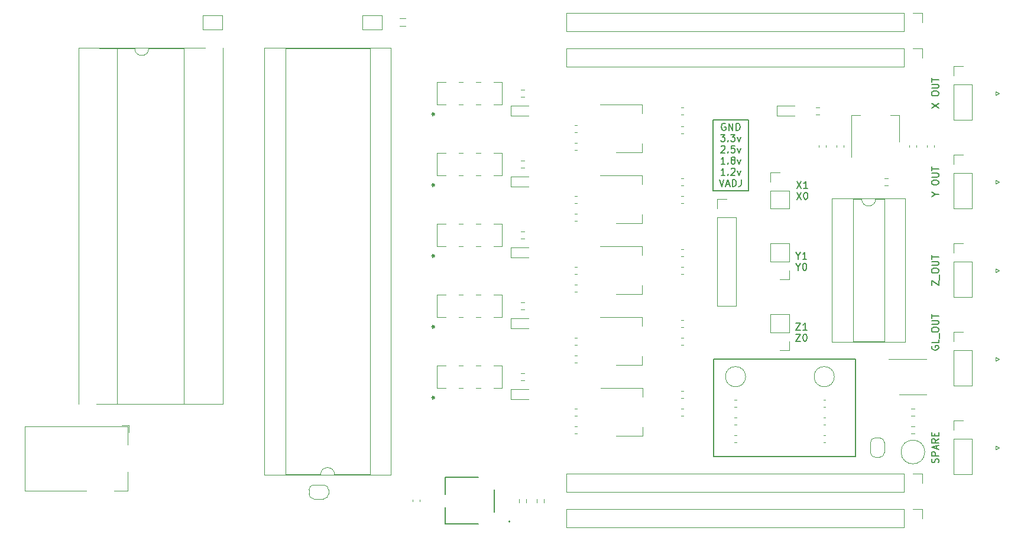
<source format=gbr>
%TF.GenerationSoftware,KiCad,Pcbnew,(6.0.5)*%
%TF.CreationDate,2022-07-21T21:10:46+10:00*%
%TF.ProjectId,glitcher,676c6974-6368-4657-922e-6b696361645f,rev?*%
%TF.SameCoordinates,Original*%
%TF.FileFunction,Legend,Top*%
%TF.FilePolarity,Positive*%
%FSLAX46Y46*%
G04 Gerber Fmt 4.6, Leading zero omitted, Abs format (unit mm)*
G04 Created by KiCad (PCBNEW (6.0.5)) date 2022-07-21 21:10:46*
%MOMM*%
%LPD*%
G01*
G04 APERTURE LIST*
%ADD10C,0.150000*%
%ADD11C,0.120000*%
%ADD12C,0.127000*%
%ADD13C,0.200000*%
G04 APERTURE END LIST*
D10*
X182231428Y-93980000D02*
X202551428Y-93980000D01*
X202551428Y-93980000D02*
X202551428Y-107950000D01*
X202551428Y-107950000D02*
X182231428Y-107950000D01*
X182231428Y-107950000D02*
X182231428Y-93980000D01*
X182130000Y-59690000D02*
X187210000Y-59690000D01*
X187210000Y-59690000D02*
X187210000Y-69850000D01*
X187210000Y-69850000D02*
X182130000Y-69850000D01*
X182130000Y-69850000D02*
X182130000Y-59690000D01*
X183908095Y-60245000D02*
X183812857Y-60197380D01*
X183670000Y-60197380D01*
X183527142Y-60245000D01*
X183431904Y-60340238D01*
X183384285Y-60435476D01*
X183336666Y-60625952D01*
X183336666Y-60768809D01*
X183384285Y-60959285D01*
X183431904Y-61054523D01*
X183527142Y-61149761D01*
X183670000Y-61197380D01*
X183765238Y-61197380D01*
X183908095Y-61149761D01*
X183955714Y-61102142D01*
X183955714Y-60768809D01*
X183765238Y-60768809D01*
X184384285Y-61197380D02*
X184384285Y-60197380D01*
X184955714Y-61197380D01*
X184955714Y-60197380D01*
X185431904Y-61197380D02*
X185431904Y-60197380D01*
X185670000Y-60197380D01*
X185812857Y-60245000D01*
X185908095Y-60340238D01*
X185955714Y-60435476D01*
X186003333Y-60625952D01*
X186003333Y-60768809D01*
X185955714Y-60959285D01*
X185908095Y-61054523D01*
X185812857Y-61149761D01*
X185670000Y-61197380D01*
X185431904Y-61197380D01*
X183241428Y-61807380D02*
X183860476Y-61807380D01*
X183527142Y-62188333D01*
X183670000Y-62188333D01*
X183765238Y-62235952D01*
X183812857Y-62283571D01*
X183860476Y-62378809D01*
X183860476Y-62616904D01*
X183812857Y-62712142D01*
X183765238Y-62759761D01*
X183670000Y-62807380D01*
X183384285Y-62807380D01*
X183289047Y-62759761D01*
X183241428Y-62712142D01*
X184289047Y-62712142D02*
X184336666Y-62759761D01*
X184289047Y-62807380D01*
X184241428Y-62759761D01*
X184289047Y-62712142D01*
X184289047Y-62807380D01*
X184670000Y-61807380D02*
X185289047Y-61807380D01*
X184955714Y-62188333D01*
X185098571Y-62188333D01*
X185193809Y-62235952D01*
X185241428Y-62283571D01*
X185289047Y-62378809D01*
X185289047Y-62616904D01*
X185241428Y-62712142D01*
X185193809Y-62759761D01*
X185098571Y-62807380D01*
X184812857Y-62807380D01*
X184717619Y-62759761D01*
X184670000Y-62712142D01*
X185622380Y-62140714D02*
X185860476Y-62807380D01*
X186098571Y-62140714D01*
X183289047Y-63512619D02*
X183336666Y-63465000D01*
X183431904Y-63417380D01*
X183670000Y-63417380D01*
X183765238Y-63465000D01*
X183812857Y-63512619D01*
X183860476Y-63607857D01*
X183860476Y-63703095D01*
X183812857Y-63845952D01*
X183241428Y-64417380D01*
X183860476Y-64417380D01*
X184289047Y-64322142D02*
X184336666Y-64369761D01*
X184289047Y-64417380D01*
X184241428Y-64369761D01*
X184289047Y-64322142D01*
X184289047Y-64417380D01*
X185241428Y-63417380D02*
X184765238Y-63417380D01*
X184717619Y-63893571D01*
X184765238Y-63845952D01*
X184860476Y-63798333D01*
X185098571Y-63798333D01*
X185193809Y-63845952D01*
X185241428Y-63893571D01*
X185289047Y-63988809D01*
X185289047Y-64226904D01*
X185241428Y-64322142D01*
X185193809Y-64369761D01*
X185098571Y-64417380D01*
X184860476Y-64417380D01*
X184765238Y-64369761D01*
X184717619Y-64322142D01*
X185622380Y-63750714D02*
X185860476Y-64417380D01*
X186098571Y-63750714D01*
X183860476Y-66027380D02*
X183289047Y-66027380D01*
X183574761Y-66027380D02*
X183574761Y-65027380D01*
X183479523Y-65170238D01*
X183384285Y-65265476D01*
X183289047Y-65313095D01*
X184289047Y-65932142D02*
X184336666Y-65979761D01*
X184289047Y-66027380D01*
X184241428Y-65979761D01*
X184289047Y-65932142D01*
X184289047Y-66027380D01*
X184908095Y-65455952D02*
X184812857Y-65408333D01*
X184765238Y-65360714D01*
X184717619Y-65265476D01*
X184717619Y-65217857D01*
X184765238Y-65122619D01*
X184812857Y-65075000D01*
X184908095Y-65027380D01*
X185098571Y-65027380D01*
X185193809Y-65075000D01*
X185241428Y-65122619D01*
X185289047Y-65217857D01*
X185289047Y-65265476D01*
X185241428Y-65360714D01*
X185193809Y-65408333D01*
X185098571Y-65455952D01*
X184908095Y-65455952D01*
X184812857Y-65503571D01*
X184765238Y-65551190D01*
X184717619Y-65646428D01*
X184717619Y-65836904D01*
X184765238Y-65932142D01*
X184812857Y-65979761D01*
X184908095Y-66027380D01*
X185098571Y-66027380D01*
X185193809Y-65979761D01*
X185241428Y-65932142D01*
X185289047Y-65836904D01*
X185289047Y-65646428D01*
X185241428Y-65551190D01*
X185193809Y-65503571D01*
X185098571Y-65455952D01*
X185622380Y-65360714D02*
X185860476Y-66027380D01*
X186098571Y-65360714D01*
X183860476Y-67637380D02*
X183289047Y-67637380D01*
X183574761Y-67637380D02*
X183574761Y-66637380D01*
X183479523Y-66780238D01*
X183384285Y-66875476D01*
X183289047Y-66923095D01*
X184289047Y-67542142D02*
X184336666Y-67589761D01*
X184289047Y-67637380D01*
X184241428Y-67589761D01*
X184289047Y-67542142D01*
X184289047Y-67637380D01*
X184717619Y-66732619D02*
X184765238Y-66685000D01*
X184860476Y-66637380D01*
X185098571Y-66637380D01*
X185193809Y-66685000D01*
X185241428Y-66732619D01*
X185289047Y-66827857D01*
X185289047Y-66923095D01*
X185241428Y-67065952D01*
X184670000Y-67637380D01*
X185289047Y-67637380D01*
X185622380Y-66970714D02*
X185860476Y-67637380D01*
X186098571Y-66970714D01*
X183027142Y-68247380D02*
X183360476Y-69247380D01*
X183693809Y-68247380D01*
X183979523Y-68961666D02*
X184455714Y-68961666D01*
X183884285Y-69247380D02*
X184217619Y-68247380D01*
X184550952Y-69247380D01*
X184884285Y-69247380D02*
X184884285Y-68247380D01*
X185122380Y-68247380D01*
X185265238Y-68295000D01*
X185360476Y-68390238D01*
X185408095Y-68485476D01*
X185455714Y-68675952D01*
X185455714Y-68818809D01*
X185408095Y-69009285D01*
X185360476Y-69104523D01*
X185265238Y-69199761D01*
X185122380Y-69247380D01*
X184884285Y-69247380D01*
X186170000Y-68247380D02*
X186170000Y-68961666D01*
X186122380Y-69104523D01*
X186027142Y-69199761D01*
X185884285Y-69247380D01*
X185789047Y-69247380D01*
X194121904Y-68497380D02*
X194788570Y-69497380D01*
X194788570Y-68497380D02*
X194121904Y-69497380D01*
X195693332Y-69497380D02*
X195121904Y-69497380D01*
X195407618Y-69497380D02*
X195407618Y-68497380D01*
X195312380Y-68640238D01*
X195217142Y-68735476D01*
X195121904Y-68783095D01*
X194121904Y-70107380D02*
X194788570Y-71107380D01*
X194788570Y-70107380D02*
X194121904Y-71107380D01*
X195359999Y-70107380D02*
X195455237Y-70107380D01*
X195550475Y-70155000D01*
X195598094Y-70202619D01*
X195645713Y-70297857D01*
X195693332Y-70488333D01*
X195693332Y-70726428D01*
X195645713Y-70916904D01*
X195598094Y-71012142D01*
X195550475Y-71059761D01*
X195455237Y-71107380D01*
X195359999Y-71107380D01*
X195264761Y-71059761D01*
X195217142Y-71012142D01*
X195169523Y-70916904D01*
X195121904Y-70726428D01*
X195121904Y-70488333D01*
X195169523Y-70297857D01*
X195217142Y-70202619D01*
X195264761Y-70155000D01*
X195359999Y-70107380D01*
X213433808Y-83422857D02*
X213433808Y-82756190D01*
X214433808Y-83422857D01*
X214433808Y-82756190D01*
X214529047Y-82613333D02*
X214529047Y-81851428D01*
X213433808Y-81422857D02*
X213433808Y-81232380D01*
X213481428Y-81137142D01*
X213576666Y-81041904D01*
X213767142Y-80994285D01*
X214100475Y-80994285D01*
X214290951Y-81041904D01*
X214386189Y-81137142D01*
X214433808Y-81232380D01*
X214433808Y-81422857D01*
X214386189Y-81518095D01*
X214290951Y-81613333D01*
X214100475Y-81660952D01*
X213767142Y-81660952D01*
X213576666Y-81613333D01*
X213481428Y-81518095D01*
X213433808Y-81422857D01*
X213433808Y-80565714D02*
X214243332Y-80565714D01*
X214338570Y-80518095D01*
X214386189Y-80470476D01*
X214433808Y-80375238D01*
X214433808Y-80184761D01*
X214386189Y-80089523D01*
X214338570Y-80041904D01*
X214243332Y-79994285D01*
X213433808Y-79994285D01*
X213433808Y-79660952D02*
X213433808Y-79089523D01*
X214433808Y-79375238D02*
X213433808Y-79375238D01*
X214386189Y-108846666D02*
X214433808Y-108703809D01*
X214433808Y-108465714D01*
X214386189Y-108370476D01*
X214338570Y-108322857D01*
X214243332Y-108275238D01*
X214148094Y-108275238D01*
X214052856Y-108322857D01*
X214005237Y-108370476D01*
X213957618Y-108465714D01*
X213909999Y-108656190D01*
X213862380Y-108751428D01*
X213814761Y-108799047D01*
X213719523Y-108846666D01*
X213624285Y-108846666D01*
X213529047Y-108799047D01*
X213481428Y-108751428D01*
X213433808Y-108656190D01*
X213433808Y-108418095D01*
X213481428Y-108275238D01*
X214433808Y-107846666D02*
X213433808Y-107846666D01*
X213433808Y-107465714D01*
X213481428Y-107370476D01*
X213529047Y-107322857D01*
X213624285Y-107275238D01*
X213767142Y-107275238D01*
X213862380Y-107322857D01*
X213909999Y-107370476D01*
X213957618Y-107465714D01*
X213957618Y-107846666D01*
X214148094Y-106894285D02*
X214148094Y-106418095D01*
X214433808Y-106989523D02*
X213433808Y-106656190D01*
X214433808Y-106322857D01*
X214433808Y-105418095D02*
X213957618Y-105751428D01*
X214433808Y-105989523D02*
X213433808Y-105989523D01*
X213433808Y-105608571D01*
X213481428Y-105513333D01*
X213529047Y-105465714D01*
X213624285Y-105418095D01*
X213767142Y-105418095D01*
X213862380Y-105465714D01*
X213909999Y-105513333D01*
X213957618Y-105608571D01*
X213957618Y-105989523D01*
X213909999Y-104989523D02*
X213909999Y-104656190D01*
X214433808Y-104513333D02*
X214433808Y-104989523D01*
X213433808Y-104989523D01*
X213433808Y-104513333D01*
X213957618Y-70389523D02*
X214433808Y-70389523D01*
X213433808Y-70722857D02*
X213957618Y-70389523D01*
X213433808Y-70056190D01*
X213433808Y-68770476D02*
X213433808Y-68580000D01*
X213481428Y-68484761D01*
X213576666Y-68389523D01*
X213767142Y-68341904D01*
X214100475Y-68341904D01*
X214290951Y-68389523D01*
X214386189Y-68484761D01*
X214433808Y-68580000D01*
X214433808Y-68770476D01*
X214386189Y-68865714D01*
X214290951Y-68960952D01*
X214100475Y-69008571D01*
X213767142Y-69008571D01*
X213576666Y-68960952D01*
X213481428Y-68865714D01*
X213433808Y-68770476D01*
X213433808Y-67913333D02*
X214243332Y-67913333D01*
X214338570Y-67865714D01*
X214386189Y-67818095D01*
X214433808Y-67722857D01*
X214433808Y-67532380D01*
X214386189Y-67437142D01*
X214338570Y-67389523D01*
X214243332Y-67341904D01*
X213433808Y-67341904D01*
X213433808Y-67008571D02*
X213433808Y-66437142D01*
X214433808Y-66722857D02*
X213433808Y-66722857D01*
X194353809Y-79181190D02*
X194353809Y-79657380D01*
X194020476Y-78657380D02*
X194353809Y-79181190D01*
X194687142Y-78657380D01*
X195544285Y-79657380D02*
X194972857Y-79657380D01*
X195258571Y-79657380D02*
X195258571Y-78657380D01*
X195163333Y-78800238D01*
X195068095Y-78895476D01*
X194972857Y-78943095D01*
X194353809Y-80791190D02*
X194353809Y-81267380D01*
X194020476Y-80267380D02*
X194353809Y-80791190D01*
X194687142Y-80267380D01*
X195210952Y-80267380D02*
X195306190Y-80267380D01*
X195401428Y-80315000D01*
X195449047Y-80362619D01*
X195496666Y-80457857D01*
X195544285Y-80648333D01*
X195544285Y-80886428D01*
X195496666Y-81076904D01*
X195449047Y-81172142D01*
X195401428Y-81219761D01*
X195306190Y-81267380D01*
X195210952Y-81267380D01*
X195115714Y-81219761D01*
X195068095Y-81172142D01*
X195020476Y-81076904D01*
X194972857Y-80886428D01*
X194972857Y-80648333D01*
X195020476Y-80457857D01*
X195068095Y-80362619D01*
X195115714Y-80315000D01*
X195210952Y-80267380D01*
X213433808Y-58022857D02*
X214433808Y-57356190D01*
X213433808Y-57356190D02*
X214433808Y-58022857D01*
X213433808Y-56022857D02*
X213433808Y-55832380D01*
X213481428Y-55737142D01*
X213576666Y-55641904D01*
X213767142Y-55594285D01*
X214100475Y-55594285D01*
X214290951Y-55641904D01*
X214386189Y-55737142D01*
X214433808Y-55832380D01*
X214433808Y-56022857D01*
X214386189Y-56118095D01*
X214290951Y-56213333D01*
X214100475Y-56260952D01*
X213767142Y-56260952D01*
X213576666Y-56213333D01*
X213481428Y-56118095D01*
X213433808Y-56022857D01*
X213433808Y-55165714D02*
X214243332Y-55165714D01*
X214338570Y-55118095D01*
X214386189Y-55070476D01*
X214433808Y-54975238D01*
X214433808Y-54784761D01*
X214386189Y-54689523D01*
X214338570Y-54641904D01*
X214243332Y-54594285D01*
X213433808Y-54594285D01*
X213433808Y-54260952D02*
X213433808Y-53689523D01*
X214433808Y-53975238D02*
X213433808Y-53975238D01*
X213481428Y-92122380D02*
X213433808Y-92217619D01*
X213433808Y-92360476D01*
X213481428Y-92503333D01*
X213576666Y-92598571D01*
X213671904Y-92646190D01*
X213862380Y-92693809D01*
X214005237Y-92693809D01*
X214195713Y-92646190D01*
X214290951Y-92598571D01*
X214386189Y-92503333D01*
X214433808Y-92360476D01*
X214433808Y-92265238D01*
X214386189Y-92122380D01*
X214338570Y-92074761D01*
X214005237Y-92074761D01*
X214005237Y-92265238D01*
X214433808Y-91170000D02*
X214433808Y-91646190D01*
X213433808Y-91646190D01*
X214529047Y-91074761D02*
X214529047Y-90312857D01*
X213433808Y-89884285D02*
X213433808Y-89693809D01*
X213481428Y-89598571D01*
X213576666Y-89503333D01*
X213767142Y-89455714D01*
X214100475Y-89455714D01*
X214290951Y-89503333D01*
X214386189Y-89598571D01*
X214433808Y-89693809D01*
X214433808Y-89884285D01*
X214386189Y-89979523D01*
X214290951Y-90074761D01*
X214100475Y-90122380D01*
X213767142Y-90122380D01*
X213576666Y-90074761D01*
X213481428Y-89979523D01*
X213433808Y-89884285D01*
X213433808Y-89027142D02*
X214243332Y-89027142D01*
X214338570Y-88979523D01*
X214386189Y-88931904D01*
X214433808Y-88836666D01*
X214433808Y-88646190D01*
X214386189Y-88550952D01*
X214338570Y-88503333D01*
X214243332Y-88455714D01*
X213433808Y-88455714D01*
X213433808Y-88122380D02*
X213433808Y-87550952D01*
X214433808Y-87836666D02*
X213433808Y-87836666D01*
X194020476Y-88817380D02*
X194687142Y-88817380D01*
X194020476Y-89817380D01*
X194687142Y-89817380D01*
X195591904Y-89817380D02*
X195020476Y-89817380D01*
X195306190Y-89817380D02*
X195306190Y-88817380D01*
X195210952Y-88960238D01*
X195115714Y-89055476D01*
X195020476Y-89103095D01*
X194020476Y-90427380D02*
X194687142Y-90427380D01*
X194020476Y-91427380D01*
X194687142Y-91427380D01*
X195258571Y-90427380D02*
X195353809Y-90427380D01*
X195449047Y-90475000D01*
X195496666Y-90522619D01*
X195544285Y-90617857D01*
X195591904Y-90808333D01*
X195591904Y-91046428D01*
X195544285Y-91236904D01*
X195496666Y-91332142D01*
X195449047Y-91379761D01*
X195353809Y-91427380D01*
X195258571Y-91427380D01*
X195163333Y-91379761D01*
X195115714Y-91332142D01*
X195068095Y-91236904D01*
X195020476Y-91046428D01*
X195020476Y-90808333D01*
X195068095Y-90617857D01*
X195115714Y-90522619D01*
X195163333Y-90475000D01*
X195258571Y-90427380D01*
%TO.C,SW3_VADJ_OUT1*%
X141820494Y-99529900D02*
X142058590Y-99529900D01*
X141963352Y-99767995D02*
X142058590Y-99529900D01*
X141963352Y-99291804D01*
X142249066Y-99672757D02*
X142058590Y-99529900D01*
X142249066Y-99387042D01*
X141820494Y-99529900D02*
X142058590Y-99529900D01*
X141963352Y-99767995D02*
X142058590Y-99529900D01*
X141963352Y-99291804D01*
X142249066Y-99672757D02*
X142058590Y-99529900D01*
X142249066Y-99387042D01*
%TO.C,SW1_1V8_OUT1*%
X141820494Y-79209900D02*
X142058590Y-79209900D01*
X141963352Y-79447995D02*
X142058590Y-79209900D01*
X141963352Y-78971804D01*
X142249066Y-79352757D02*
X142058590Y-79209900D01*
X142249066Y-79067042D01*
X141820494Y-79209900D02*
X142058590Y-79209900D01*
X141963352Y-79447995D02*
X142058590Y-79209900D01*
X141963352Y-78971804D01*
X142249066Y-79352757D02*
X142058590Y-79209900D01*
X142249066Y-79067042D01*
%TO.C,SW5_2V5_OUT1*%
X141820494Y-69049900D02*
X142058590Y-69049900D01*
X141963352Y-69287995D02*
X142058590Y-69049900D01*
X141963352Y-68811804D01*
X142249066Y-69192757D02*
X142058590Y-69049900D01*
X142249066Y-68907042D01*
X141820494Y-69049900D02*
X142058590Y-69049900D01*
X141963352Y-69287995D02*
X142058590Y-69049900D01*
X141963352Y-68811804D01*
X142249066Y-69192757D02*
X142058590Y-69049900D01*
X142249066Y-68907042D01*
%TO.C,SW4_3V3_OUT1*%
X141820494Y-58889900D02*
X142058590Y-58889900D01*
X141963352Y-59127995D02*
X142058590Y-58889900D01*
X141963352Y-58651804D01*
X142249066Y-59032757D02*
X142058590Y-58889900D01*
X142249066Y-58747042D01*
%TO.C,SW2_1V2_OUT1*%
X141820494Y-89369900D02*
X142058590Y-89369900D01*
X141963352Y-89607995D02*
X142058590Y-89369900D01*
X141963352Y-89131804D01*
X142249066Y-89512757D02*
X142058590Y-89369900D01*
X142249066Y-89227042D01*
X141820494Y-89369900D02*
X142058590Y-89369900D01*
X141963352Y-89607995D02*
X142058590Y-89369900D01*
X141963352Y-89131804D01*
X142249066Y-89512757D02*
X142058590Y-89369900D01*
X142249066Y-89227042D01*
D11*
%TO.C,U1*%
X106385000Y-49475000D02*
X101325000Y-49475000D01*
X106385000Y-100395000D02*
X106385000Y-49475000D01*
X96805000Y-49475000D02*
X96805000Y-100395000D01*
X99325000Y-49475000D02*
X94265000Y-49475000D01*
X93805000Y-100455000D02*
X111925000Y-100455000D01*
X111925000Y-100455000D02*
X111925000Y-49415000D01*
X91265000Y-49415000D02*
X91265000Y-100455000D01*
X96805000Y-100395000D02*
X108925000Y-100395000D01*
X109385000Y-49415000D02*
X91265000Y-49415000D01*
X99325000Y-49475000D02*
G75*
G03*
X101325000Y-49475000I1000000J0D01*
G01*
%TO.C,U6_VADJ_OUT1*%
X166015714Y-98190000D02*
X172025714Y-98190000D01*
X172025714Y-98190000D02*
X172025714Y-99450000D01*
X168265714Y-105010000D02*
X172025714Y-105010000D01*
X172025714Y-105010000D02*
X172025714Y-103750000D01*
%TO.C,J4*%
X219250714Y-54610000D02*
X219250714Y-59750000D01*
X216590714Y-59750000D02*
X219250714Y-59750000D01*
X216590714Y-52010000D02*
X217920714Y-52010000D01*
X216590714Y-54610000D02*
X219250714Y-54610000D01*
X216590714Y-53340000D02*
X216590714Y-52010000D01*
X216590714Y-54610000D02*
X216590714Y-59750000D01*
%TO.C,J_RIGHTEXP_OUTER1*%
X209485714Y-49470000D02*
X209485714Y-52130000D01*
X210755714Y-49470000D02*
X212085714Y-49470000D01*
X212085714Y-49470000D02*
X212085714Y-50800000D01*
X161165714Y-49470000D02*
X161165714Y-52130000D01*
X209485714Y-49470000D02*
X161165714Y-49470000D01*
X209485714Y-52130000D02*
X161165714Y-52130000D01*
%TO.C,C9*%
X162349447Y-61470000D02*
X162641981Y-61470000D01*
X162349447Y-60450000D02*
X162641981Y-60450000D01*
%TO.C,R2*%
X154620990Y-86882500D02*
X155130438Y-86882500D01*
X154620990Y-85837500D02*
X155130438Y-85837500D01*
%TO.C,C12*%
X177589447Y-78230000D02*
X177881981Y-78230000D01*
X177589447Y-79250000D02*
X177881981Y-79250000D01*
%TO.C,C18*%
X177589447Y-91950000D02*
X177881981Y-91950000D01*
X177589447Y-90930000D02*
X177881981Y-90930000D01*
%TO.C,D4*%
X155675714Y-57685000D02*
X153215714Y-57685000D01*
X153215714Y-59155000D02*
X155675714Y-59155000D01*
X153215714Y-57685000D02*
X153215714Y-59155000D01*
%TO.C,J_LEFTEXP1*%
X209485714Y-115510000D02*
X209485714Y-118170000D01*
X209485714Y-115510000D02*
X161165714Y-115510000D01*
X209485714Y-118170000D02*
X161165714Y-118170000D01*
X210755714Y-115510000D02*
X212085714Y-115510000D01*
X212085714Y-115510000D02*
X212085714Y-116840000D01*
X161165714Y-115510000D02*
X161165714Y-118170000D01*
%TO.C,SW3_VADJ_OUT1*%
X143826074Y-94894400D02*
X142632914Y-94894400D01*
X151878514Y-98145600D02*
X151878514Y-94894400D01*
X145685354Y-98145600D02*
X146326074Y-98145600D01*
X146326074Y-94894400D02*
X145685354Y-94894400D01*
X150685354Y-98145600D02*
X151878514Y-98145600D01*
X148185354Y-98145600D02*
X148826074Y-98145600D01*
X142632914Y-94894400D02*
X142632914Y-98145600D01*
X142632914Y-98145600D02*
X143826074Y-98145600D01*
X151878514Y-94894400D02*
X150685354Y-94894400D01*
X148826074Y-94894400D02*
X148185354Y-94894400D01*
%TO.C,C8*%
X140145714Y-114153733D02*
X140145714Y-114446267D01*
X139125714Y-114153733D02*
X139125714Y-114446267D01*
%TO.C,C15*%
X177589447Y-60600000D02*
X177881981Y-60600000D01*
X177589447Y-61620000D02*
X177881981Y-61620000D01*
%TO.C,C16*%
X177589447Y-71630000D02*
X177881981Y-71630000D01*
X177589447Y-70610000D02*
X177881981Y-70610000D01*
%TO.C,U4*%
X210755714Y-93960000D02*
X212705714Y-93960000D01*
X210755714Y-93960000D02*
X207305714Y-93960000D01*
X210755714Y-99080000D02*
X212705714Y-99080000D01*
X210755714Y-99080000D02*
X208805714Y-99080000D01*
D12*
%TO.C,RV1*%
X143735714Y-115215000D02*
X143735714Y-117655000D01*
X143735714Y-113385000D02*
X143735714Y-110945000D01*
X150775714Y-115925000D02*
X150775714Y-112675000D01*
X143735714Y-110945000D02*
X148485714Y-110945000D01*
X143735714Y-117655000D02*
X148485714Y-117655000D01*
D13*
X153055714Y-117300000D02*
G75*
G03*
X153055714Y-117300000I-100000J0D01*
G01*
D11*
%TO.C,C28*%
X185209447Y-103380000D02*
X185501981Y-103380000D01*
X185209447Y-102360000D02*
X185501981Y-102360000D01*
%TO.C,R7*%
X156893214Y-114045276D02*
X156893214Y-114554724D01*
X157938214Y-114045276D02*
X157938214Y-114554724D01*
%TO.C,TP4*%
X199505714Y-96520000D02*
G75*
G03*
X199505714Y-96520000I-1450000J0D01*
G01*
%TO.C,J_LEFTEXP_OUTER1*%
X210755714Y-110430000D02*
X212085714Y-110430000D01*
X212085714Y-110430000D02*
X212085714Y-111760000D01*
X209485714Y-110430000D02*
X209485714Y-113090000D01*
X161165714Y-110430000D02*
X161165714Y-113090000D01*
X209485714Y-113090000D02*
X161165714Y-113090000D01*
X209485714Y-110430000D02*
X161165714Y-110430000D01*
%TO.C,U8_2V5_OUT1*%
X165975714Y-67710000D02*
X171985714Y-67710000D01*
X171985714Y-67710000D02*
X171985714Y-68970000D01*
X168225714Y-74530000D02*
X171985714Y-74530000D01*
X171985714Y-74530000D02*
X171985714Y-73270000D01*
%TO.C,R3*%
X154620990Y-97042500D02*
X155130438Y-97042500D01*
X154620990Y-95997500D02*
X155130438Y-95997500D01*
%TO.C,HS2_OUT1*%
X222640714Y-93730000D02*
X222640714Y-94230000D01*
X223140714Y-93980000D02*
X222640714Y-93730000D01*
X222640714Y-94230000D02*
X223140714Y-93980000D01*
%TO.C,R1*%
X154620990Y-75677500D02*
X155130438Y-75677500D01*
X154620990Y-76722500D02*
X155130438Y-76722500D01*
%TO.C,C2*%
X162349447Y-93470000D02*
X162641981Y-93470000D01*
X162349447Y-94490000D02*
X162641981Y-94490000D01*
%TO.C,FB1*%
X137269758Y-46280000D02*
X138090242Y-46280000D01*
X137269758Y-45160000D02*
X138090242Y-45160000D01*
%TO.C,J2*%
X182755714Y-86420000D02*
X185415714Y-86420000D01*
X182755714Y-73660000D02*
X182755714Y-86420000D01*
X182755714Y-72390000D02*
X182755714Y-71060000D01*
X182755714Y-73660000D02*
X185415714Y-73660000D01*
X185415714Y-73660000D02*
X185415714Y-86420000D01*
X182755714Y-71060000D02*
X184085714Y-71060000D01*
%TO.C,C21*%
X177589447Y-68070000D02*
X177881981Y-68070000D01*
X177589447Y-69090000D02*
X177881981Y-69090000D01*
%TO.C,SW1_1V8_OUT1*%
X145685354Y-77825600D02*
X146326074Y-77825600D01*
X143826074Y-74574400D02*
X142632914Y-74574400D01*
X151878514Y-74574400D02*
X150685354Y-74574400D01*
X150685354Y-77825600D02*
X151878514Y-77825600D01*
X148185354Y-77825600D02*
X148826074Y-77825600D01*
X142632914Y-77825600D02*
X143826074Y-77825600D01*
X148826074Y-74574400D02*
X148185354Y-74574400D01*
X142632914Y-74574400D02*
X142632914Y-77825600D01*
X151878514Y-77825600D02*
X151878514Y-74574400D01*
X146326074Y-74574400D02*
X145685354Y-74574400D01*
%TO.C,SMA_Y1*%
X222640714Y-68830000D02*
X223140714Y-68580000D01*
X222640714Y-68330000D02*
X222640714Y-68830000D01*
X223140714Y-68580000D02*
X222640714Y-68330000D01*
%TO.C,U5_1V2_OUT1*%
X165975714Y-88030000D02*
X171985714Y-88030000D01*
X171985714Y-88030000D02*
X171985714Y-89290000D01*
X168225714Y-94850000D02*
X171985714Y-94850000D01*
X171985714Y-94850000D02*
X171985714Y-93590000D01*
%TO.C,PULLUP_MAX4619_EN1*%
X207200438Y-68057500D02*
X206690990Y-68057500D01*
X207200438Y-69102500D02*
X206690990Y-69102500D01*
%TO.C,SW5_2V5_OUT1*%
X150685354Y-67665600D02*
X151878514Y-67665600D01*
X145685354Y-67665600D02*
X146326074Y-67665600D01*
X148826074Y-64414400D02*
X148185354Y-64414400D01*
X151878514Y-67665600D02*
X151878514Y-64414400D01*
X143826074Y-64414400D02*
X142632914Y-64414400D01*
X148185354Y-67665600D02*
X148826074Y-67665600D01*
X142632914Y-64414400D02*
X142632914Y-67665600D01*
X146326074Y-64414400D02*
X145685354Y-64414400D01*
X142632914Y-67665600D02*
X143826074Y-67665600D01*
X151878514Y-64414400D02*
X150685354Y-64414400D01*
%TO.C,TRIG_IN1*%
X222640714Y-106430000D02*
X222640714Y-106930000D01*
X223140714Y-106680000D02*
X222640714Y-106430000D01*
X222640714Y-106930000D02*
X223140714Y-106680000D01*
%TO.C,C13*%
X177589447Y-89410000D02*
X177881981Y-89410000D01*
X177589447Y-88390000D02*
X177881981Y-88390000D01*
%TO.C,J7*%
X216590714Y-78740000D02*
X216590714Y-77410000D01*
X216590714Y-85150000D02*
X219250714Y-85150000D01*
X216590714Y-77410000D02*
X217920714Y-77410000D01*
X216590714Y-80010000D02*
X216590714Y-85150000D01*
X216590714Y-80010000D02*
X219250714Y-80010000D01*
X219250714Y-80010000D02*
X219250714Y-85150000D01*
%TO.C,J_RIGHTEXP1*%
X161165714Y-44390000D02*
X161165714Y-47050000D01*
X209485714Y-44390000D02*
X209485714Y-47050000D01*
X212085714Y-44390000D02*
X212085714Y-45720000D01*
X210755714Y-44390000D02*
X212085714Y-44390000D01*
X209485714Y-47050000D02*
X161165714Y-47050000D01*
X209485714Y-44390000D02*
X161165714Y-44390000D01*
%TO.C,R10*%
X211010438Y-102122500D02*
X210500990Y-102122500D01*
X211010438Y-101077500D02*
X210500990Y-101077500D01*
%TO.C,C25*%
X211265714Y-63353733D02*
X211265714Y-63646267D01*
X210245714Y-63353733D02*
X210245714Y-63646267D01*
%TO.C,C20*%
X177589447Y-58930000D02*
X177881981Y-58930000D01*
X177589447Y-57910000D02*
X177881981Y-57910000D01*
%TO.C,C3*%
X162349447Y-102110000D02*
X162641981Y-102110000D01*
X162349447Y-101090000D02*
X162641981Y-101090000D01*
%TO.C,JP2*%
X111825714Y-46720000D02*
X109025714Y-46720000D01*
X109025714Y-44720000D02*
X111825714Y-44720000D01*
X109025714Y-46720000D02*
X109025714Y-44720000D01*
X111825714Y-44720000D02*
X111825714Y-46720000D01*
%TO.C,JP1*%
X206675714Y-105980000D02*
X206675714Y-107380000D01*
X205375714Y-105280000D02*
X205975714Y-105280000D01*
X205975714Y-108080000D02*
X205375714Y-108080000D01*
X204675714Y-107380000D02*
X204675714Y-105980000D01*
X204675714Y-107380000D02*
G75*
G03*
X205375714Y-108080000I700000J0D01*
G01*
X205975714Y-108080000D02*
G75*
G03*
X206675714Y-107380000I0J700000D01*
G01*
X205375714Y-105280000D02*
G75*
G03*
X204675714Y-105980000I-1J-699999D01*
G01*
X206675714Y-105980000D02*
G75*
G03*
X205975714Y-105280000I-699999J1D01*
G01*
%TO.C,R5*%
X154620990Y-66562500D02*
X155130438Y-66562500D01*
X154620990Y-65517500D02*
X155130438Y-65517500D01*
%TO.C,R9*%
X210500990Y-103617500D02*
X211010438Y-103617500D01*
X210500990Y-104662500D02*
X211010438Y-104662500D01*
%TO.C,C26*%
X185209447Y-104900000D02*
X185501981Y-104900000D01*
X185209447Y-105920000D02*
X185501981Y-105920000D01*
%TO.C,C14*%
X177589447Y-99570000D02*
X177881981Y-99570000D01*
X177589447Y-98550000D02*
X177881981Y-98550000D01*
%TO.C,J5*%
X216590714Y-67310000D02*
X216590714Y-72450000D01*
X216590714Y-64710000D02*
X217920714Y-64710000D01*
X216590714Y-72450000D02*
X219250714Y-72450000D01*
X216590714Y-67310000D02*
X219250714Y-67310000D01*
X219250714Y-67310000D02*
X219250714Y-72450000D01*
X216590714Y-66040000D02*
X216590714Y-64710000D01*
%TO.C,J6*%
X216590714Y-102810000D02*
X217920714Y-102810000D01*
X216590714Y-105410000D02*
X219250714Y-105410000D01*
X219250714Y-105410000D02*
X219250714Y-110550000D01*
X216590714Y-110550000D02*
X219250714Y-110550000D01*
X216590714Y-104140000D02*
X216590714Y-102810000D01*
X216590714Y-105410000D02*
X216590714Y-110550000D01*
%TO.C,C31*%
X197934447Y-100840000D02*
X198226981Y-100840000D01*
X197934447Y-99820000D02*
X198226981Y-99820000D01*
%TO.C,C11*%
X162349447Y-104650000D02*
X162641981Y-104650000D01*
X162349447Y-103630000D02*
X162641981Y-103630000D01*
%TO.C,JP4*%
X127065714Y-112730000D02*
X127065714Y-113330000D01*
X124265714Y-113330000D02*
X124265714Y-112730000D01*
X124965714Y-112030000D02*
X126365714Y-112030000D01*
X126365714Y-114030000D02*
X124965714Y-114030000D01*
X126365714Y-114030000D02*
G75*
G03*
X127065714Y-113330000I0J700000D01*
G01*
X124965714Y-112030000D02*
G75*
G03*
X124265714Y-112730000I-1J-699999D01*
G01*
X127065714Y-112730000D02*
G75*
G03*
X126365714Y-112030000I-700000J0D01*
G01*
X124265714Y-113330000D02*
G75*
G03*
X124965714Y-114030000I699999J-1D01*
G01*
%TO.C,C30*%
X197934447Y-104900000D02*
X198226981Y-104900000D01*
X197934447Y-105920000D02*
X198226981Y-105920000D01*
%TO.C,U4_1V8_OUT1*%
X171985714Y-84690000D02*
X171985714Y-83430000D01*
X171985714Y-77870000D02*
X171985714Y-79130000D01*
X165975714Y-77870000D02*
X171985714Y-77870000D01*
X168225714Y-84690000D02*
X171985714Y-84690000D01*
%TO.C,C4*%
X162349447Y-64010000D02*
X162641981Y-64010000D01*
X162349447Y-62990000D02*
X162641981Y-62990000D01*
%TO.C,REF\u002A\u002A*%
X212455714Y-107315000D02*
G75*
G03*
X212455714Y-107315000I-1700000J0D01*
G01*
%TO.C,C19*%
X177589447Y-101090000D02*
X177881981Y-101090000D01*
X177589447Y-102110000D02*
X177881981Y-102110000D01*
%TO.C,PINS_Z_INPUT1*%
X193035714Y-92770000D02*
X191705714Y-92770000D01*
X190375714Y-90170000D02*
X190375714Y-87570000D01*
X193035714Y-90170000D02*
X193035714Y-87570000D01*
X193035714Y-90170000D02*
X190375714Y-90170000D01*
X193035714Y-87570000D02*
X190375714Y-87570000D01*
X193035714Y-91440000D02*
X193035714Y-92770000D01*
%TO.C,C1*%
X162349447Y-83310000D02*
X162641981Y-83310000D01*
X162349447Y-84330000D02*
X162641981Y-84330000D01*
%TO.C,D3*%
X153215714Y-99795000D02*
X155675714Y-99795000D01*
X153215714Y-98325000D02*
X153215714Y-99795000D01*
X155675714Y-98325000D02*
X153215714Y-98325000D01*
%TO.C,C6*%
X162349447Y-81790000D02*
X162641981Y-81790000D01*
X162349447Y-80770000D02*
X162641981Y-80770000D01*
%TO.C,C24*%
X213805714Y-63353733D02*
X213805714Y-63646267D01*
X212785714Y-63353733D02*
X212785714Y-63646267D01*
%TO.C,U2*%
X132995714Y-49470000D02*
X120875714Y-49470000D01*
X135995714Y-49410000D02*
X117875714Y-49410000D01*
X120875714Y-110550000D02*
X125935714Y-110550000D01*
X117875714Y-49410000D02*
X117875714Y-110610000D01*
X117875714Y-110610000D02*
X135995714Y-110610000D01*
X127935714Y-110550000D02*
X132995714Y-110550000D01*
X132995714Y-110550000D02*
X132995714Y-49470000D01*
X120875714Y-49470000D02*
X120875714Y-110550000D01*
X135995714Y-110610000D02*
X135995714Y-49410000D01*
X127935714Y-110550000D02*
G75*
G03*
X125935714Y-110550000I-1000000J0D01*
G01*
%TO.C,D2*%
X155675714Y-88165000D02*
X153215714Y-88165000D01*
X153215714Y-89635000D02*
X155675714Y-89635000D01*
X153215714Y-88165000D02*
X153215714Y-89635000D01*
%TO.C,D1*%
X153215714Y-78005000D02*
X153215714Y-79475000D01*
X155675714Y-78005000D02*
X153215714Y-78005000D01*
X153215714Y-79475000D02*
X155675714Y-79475000D01*
%TO.C,C7*%
X162349447Y-90930000D02*
X162641981Y-90930000D01*
X162349447Y-91950000D02*
X162641981Y-91950000D01*
%TO.C,U3*%
X203415714Y-71050000D02*
X202165714Y-71050000D01*
X206665714Y-71050000D02*
X205415714Y-71050000D01*
X209665714Y-70990000D02*
X199165714Y-70990000D01*
X202165714Y-71050000D02*
X202165714Y-91490000D01*
X209665714Y-91550000D02*
X209665714Y-70990000D01*
X202165714Y-91490000D02*
X206665714Y-91490000D01*
X199165714Y-91550000D02*
X209665714Y-91550000D01*
X199165714Y-70990000D02*
X199165714Y-91550000D01*
X206665714Y-91490000D02*
X206665714Y-71050000D01*
X203415714Y-71050000D02*
G75*
G03*
X205415714Y-71050000I1000000J0D01*
G01*
%TO.C,C5*%
X162349447Y-73150000D02*
X162641981Y-73150000D01*
X162349447Y-74170000D02*
X162641981Y-74170000D01*
%TO.C,J1*%
X83575726Y-103662496D02*
X98275726Y-103662496D01*
X98275726Y-103662496D02*
X98275726Y-106262496D01*
X83575726Y-112862496D02*
X83575726Y-103662496D01*
X92375726Y-112862496D02*
X83575726Y-112862496D01*
X97425726Y-103462496D02*
X98475726Y-103462496D01*
X98275726Y-112862496D02*
X96375726Y-112862496D01*
X98275726Y-110162496D02*
X98275726Y-112862496D01*
X98475726Y-104512496D02*
X98475726Y-103462496D01*
%TO.C,R8*%
X197397938Y-58942500D02*
X196888490Y-58942500D01*
X197397938Y-57897500D02*
X196888490Y-57897500D01*
%TO.C,TP3*%
X186805714Y-96520000D02*
G75*
G03*
X186805714Y-96520000I-1450000J0D01*
G01*
%TO.C,R6*%
X155398214Y-114554724D02*
X155398214Y-114045276D01*
X154353214Y-114554724D02*
X154353214Y-114045276D01*
%TO.C,C22*%
X198275714Y-63646267D02*
X198275714Y-63353733D01*
X197255714Y-63646267D02*
X197255714Y-63353733D01*
%TO.C,U9_3V3ALWAYS1*%
X201975714Y-59050000D02*
X203235714Y-59050000D01*
X201975714Y-65060000D02*
X201975714Y-59050000D01*
X208795714Y-62810000D02*
X208795714Y-59050000D01*
X208795714Y-59050000D02*
X207535714Y-59050000D01*
%TO.C,U7_3V3_OUT1*%
X165975714Y-57550000D02*
X171985714Y-57550000D01*
X168225714Y-64370000D02*
X171985714Y-64370000D01*
X171985714Y-57550000D02*
X171985714Y-58810000D01*
X171985714Y-64370000D02*
X171985714Y-63110000D01*
%TO.C,C29*%
X197934447Y-103380000D02*
X198226981Y-103380000D01*
X197934447Y-102360000D02*
X198226981Y-102360000D01*
%TO.C,C10*%
X162349447Y-71630000D02*
X162641981Y-71630000D01*
X162349447Y-70610000D02*
X162641981Y-70610000D01*
%TO.C,J3*%
X216590714Y-90110000D02*
X217920714Y-90110000D01*
X219250714Y-92710000D02*
X219250714Y-97850000D01*
X216590714Y-92710000D02*
X216590714Y-97850000D01*
X216590714Y-92710000D02*
X219250714Y-92710000D01*
X216590714Y-91440000D02*
X216590714Y-90110000D01*
X216590714Y-97850000D02*
X219250714Y-97850000D01*
%TO.C,SW4_3V3_OUT1*%
X142632914Y-54254400D02*
X142632914Y-57505600D01*
X142632914Y-57505600D02*
X143826074Y-57505600D01*
X150685354Y-57505600D02*
X151878514Y-57505600D01*
X143826074Y-54254400D02*
X142632914Y-54254400D01*
X151878514Y-57505600D02*
X151878514Y-54254400D01*
X151878514Y-54254400D02*
X150685354Y-54254400D01*
X146326074Y-54254400D02*
X145685354Y-54254400D01*
X148185354Y-57505600D02*
X148826074Y-57505600D01*
X145685354Y-57505600D02*
X146326074Y-57505600D01*
X148826074Y-54254400D02*
X148185354Y-54254400D01*
%TO.C,PINS_Y_INPUT1*%
X193035714Y-81280000D02*
X193035714Y-82610000D01*
X193035714Y-77410000D02*
X190375714Y-77410000D01*
X193035714Y-82610000D02*
X191705714Y-82610000D01*
X193035714Y-80010000D02*
X190375714Y-80010000D01*
X190375714Y-80010000D02*
X190375714Y-77410000D01*
X193035714Y-80010000D02*
X193035714Y-77410000D01*
%TO.C,SMA_Z1*%
X223140714Y-81280000D02*
X222640714Y-81030000D01*
X222640714Y-81530000D02*
X223140714Y-81280000D01*
X222640714Y-81030000D02*
X222640714Y-81530000D01*
%TO.C,C17*%
X177589447Y-81790000D02*
X177881981Y-81790000D01*
X177589447Y-80770000D02*
X177881981Y-80770000D01*
%TO.C,D5*%
X153215714Y-67845000D02*
X153215714Y-69315000D01*
X153215714Y-69315000D02*
X155675714Y-69315000D01*
X155675714Y-67845000D02*
X153215714Y-67845000D01*
%TO.C,SMA_X1*%
X222640714Y-56130000D02*
X223140714Y-55880000D01*
X223140714Y-55880000D02*
X222640714Y-55630000D01*
X222640714Y-55630000D02*
X222640714Y-56130000D01*
%TO.C,D6*%
X193775714Y-57685000D02*
X191315714Y-57685000D01*
X191315714Y-59155000D02*
X193775714Y-59155000D01*
X191315714Y-57685000D02*
X191315714Y-59155000D01*
%TO.C,SW2_1V2_OUT1*%
X148826074Y-84734400D02*
X148185354Y-84734400D01*
X151878514Y-84734400D02*
X150685354Y-84734400D01*
X146326074Y-84734400D02*
X145685354Y-84734400D01*
X148185354Y-87985600D02*
X148826074Y-87985600D01*
X151878514Y-87985600D02*
X151878514Y-84734400D01*
X142632914Y-87985600D02*
X143826074Y-87985600D01*
X145685354Y-87985600D02*
X146326074Y-87985600D01*
X142632914Y-84734400D02*
X142632914Y-87985600D01*
X143826074Y-84734400D02*
X142632914Y-84734400D01*
X150685354Y-87985600D02*
X151878514Y-87985600D01*
%TO.C,C23*%
X199795714Y-63646267D02*
X199795714Y-63353733D01*
X200815714Y-63646267D02*
X200815714Y-63353733D01*
%TO.C,JP3*%
X131885714Y-44720000D02*
X134685714Y-44720000D01*
X131885714Y-46720000D02*
X131885714Y-44720000D01*
X134685714Y-46720000D02*
X131885714Y-46720000D01*
X134685714Y-44720000D02*
X134685714Y-46720000D01*
%TO.C,R4*%
X154620990Y-56402500D02*
X155130438Y-56402500D01*
X154620990Y-55357500D02*
X155130438Y-55357500D01*
%TO.C,C27*%
X185209447Y-99820000D02*
X185501981Y-99820000D01*
X185209447Y-100840000D02*
X185501981Y-100840000D01*
%TO.C,PINS_X_INPUT1*%
X193035714Y-69850000D02*
X193035714Y-72450000D01*
X190375714Y-72450000D02*
X193035714Y-72450000D01*
X190375714Y-69850000D02*
X193035714Y-69850000D01*
X190375714Y-68580000D02*
X190375714Y-67250000D01*
X190375714Y-69850000D02*
X190375714Y-72450000D01*
X190375714Y-67250000D02*
X191705714Y-67250000D01*
%TD*%
M02*

</source>
